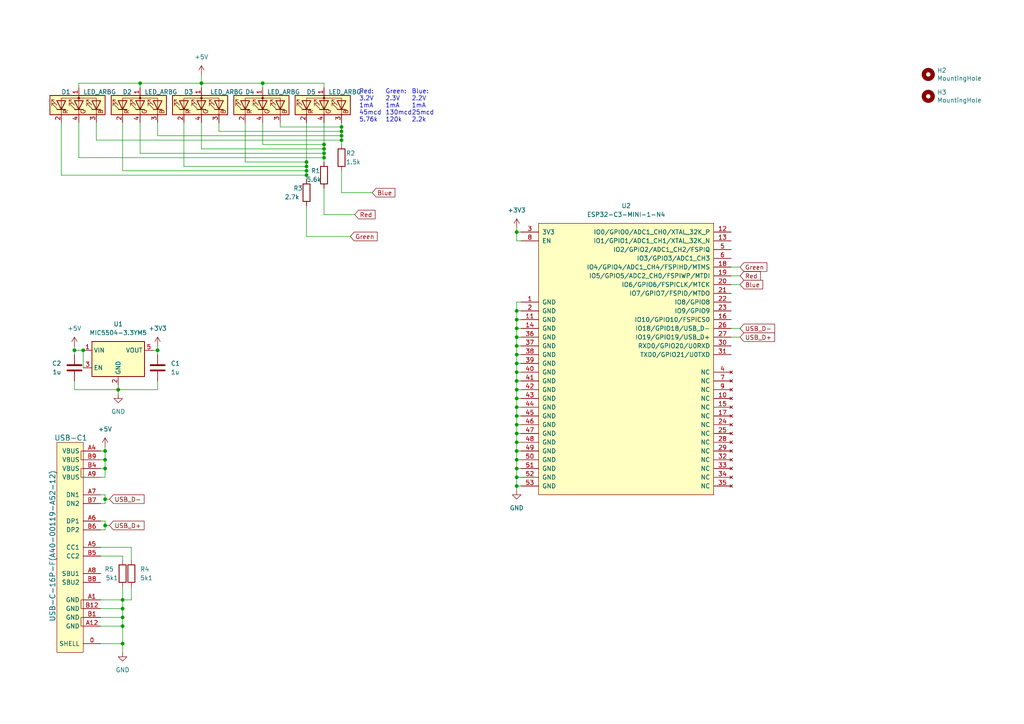
<source format=kicad_sch>
(kicad_sch (version 20230121) (generator eeschema)
  (paper "A4")
  (title_block (title "Rapid Training Target") (date "2023-06-27") (rev "B") (comment 1 "Rev B: Change to integrated MCU") (comment 2 "Rev A: Initial Commit"))
  (lib_symbols
    (symbol "+5V_2" (power) (pin_names (offset 0))
      (property "Value" "+5V_2" (at 0 3.556 0))
      (symbol "+5V_2_0_1"
        (polyline (pts (xy -0.762 1.27) (xy 0 2.54)))
        (polyline (pts (xy 0 0) (xy 0 2.54)))
        (polyline (pts (xy 0 2.54) (xy 0.762 1.27)))
      )
      (symbol "+5V_2_1_1"
        (pin power_in line (at 0 0 90) (length 0) hide (name "+5V") (number "1"))
      )
    )
    (symbol "+5V_3" (power) (pin_names (offset 0))
      (property "Value" "+5V_3" (at 0 3.556 0))
      (symbol "+5V_3_0_1"
        (polyline (pts (xy -0.762 1.27) (xy 0 2.54)))
        (polyline (pts (xy 0 0) (xy 0 2.54)))
        (polyline (pts (xy 0 2.54) (xy 0.762 1.27)))
      )
      (symbol "+5V_3_1_1"
        (pin power_in line (at 0 0 90) (length 0) hide (name "+5V") (number "1"))
      )
    )
    (symbol "Device:C" (pin_numbers hide) (pin_names (offset 0.254))
      (property "Reference" "C" (at 0.635 2.54 0))
      (property "Value" "C" (at 0.635 -2.54 0))
      (symbol "C_0_1"
        (polyline (pts (xy -2.032 -0.762) (xy 2.032 -0.762)) (stroke (width 0.508)))
        (polyline (pts (xy -2.032 0.762) (xy 2.032 0.762)) (stroke (width 0.508)))
      )
      (symbol "C_1_1"
        (pin passive line (at 0 3.81 270) (length 2.794) (name "~") (number "1"))
        (pin passive line (at 0 -3.81 90) (length 2.794) (name "~") (number "2"))
      )
    )
    (symbol "Device:LED_ARBG" (pin_names (offset 0) hide)
      (property "Reference" "D" (at 0 9.398 0))
      (property "Value" "LED_ARBG" (at 0 -8.89 0))
      (symbol "LED_ARBG_0_0"
        (text "B" (at -1.905 -6.35 0) (effects (font (size 1.27 1.27))))
        (text "G" (at -1.905 -1.27 0) (effects (font (size 1.27 1.27))))
        (text "R" (at -1.905 3.81 0) (effects (font (size 1.27 1.27))))
      )
      (symbol "LED_ARBG_0_1"
        (polyline (pts (xy -1.27 -5.08) (xy -2.54 -5.08)))
        (polyline (pts (xy -1.27 -5.08) (xy 1.27 -5.08)))
        (polyline (pts (xy -1.27 -3.81) (xy -1.27 -6.35)) (stroke (width 0.254)))
        (polyline (pts (xy -1.27 0) (xy -2.54 0)))
        (polyline (pts (xy -1.27 1.27) (xy -1.27 -1.27)) (stroke (width 0.254)))
        (polyline (pts (xy -1.27 5.08) (xy -2.54 5.08)))
        (polyline (pts (xy -1.27 5.08) (xy 1.27 5.08)))
        (polyline (pts (xy -1.27 6.35) (xy -1.27 3.81)) (stroke (width 0.254)))
        (polyline (pts (xy 1.27 0) (xy -1.27 0)))
        (polyline (pts (xy 1.27 0) (xy 2.54 0)))
        (polyline (pts (xy -1.27 1.27) (xy -1.27 -1.27) (xy -1.27 -1.27)))
        (polyline (pts (xy -1.27 6.35) (xy -1.27 3.81) (xy -1.27 3.81)))
        (polyline (pts (xy 1.27 -5.08) (xy 2.032 -5.08) (xy 2.032 5.08) (xy 1.27 5.08)))
        (polyline (pts (xy 1.27 -3.81) (xy 1.27 -6.35) (xy -1.27 -5.08) (xy 1.27 -3.81)) (stroke (width 0.254)))
        (polyline (pts (xy 1.27 1.27) (xy 1.27 -1.27) (xy -1.27 0) (xy 1.27 1.27)) (stroke (width 0.254)))
        (polyline (pts (xy 1.27 6.35) (xy 1.27 3.81) (xy -1.27 5.08) (xy 1.27 6.35)) (stroke (width 0.254)))
        (polyline (pts (xy -1.016 -3.81) (xy 0.508 -2.286) (xy -0.254 -2.286) (xy 0.508 -2.286) (xy 0.508 -3.048)))
        (polyline (pts (xy -1.016 1.27) (xy 0.508 2.794) (xy -0.254 2.794) (xy 0.508 2.794) (xy 0.508 2.032)))
        (polyline (pts (xy -1.016 6.35) (xy 0.508 7.874) (xy -0.254 7.874) (xy 0.508 7.874) (xy 0.508 7.112)))
        (polyline (pts (xy 0 -3.81) (xy 1.524 -2.286) (xy 0.762 -2.286) (xy 1.524 -2.286) (xy 1.524 -3.048)))
        (polyline (pts (xy 0 1.27) (xy 1.524 2.794) (xy 0.762 2.794) (xy 1.524 2.794) (xy 1.524 2.032)))
        (polyline (pts (xy 0 6.35) (xy 1.524 7.874) (xy 0.762 7.874) (xy 1.524 7.874) (xy 1.524 7.112)))
        (rectangle (start 1.27 -1.27) (end 1.27 1.27))
        (rectangle (start 1.27 1.27) (end 1.27 1.27))
        (rectangle (start 1.27 3.81) (end 1.27 6.35))
        (rectangle (start 1.27 6.35) (end 1.27 6.35))
        (circle (center 2.032 0) (radius 0.254) (fill (type outline)))
        (rectangle (start 2.794 8.382) (end -2.794 -7.62) (stroke (width 0.254)) (fill (type background)))
      )
      (symbol "LED_ARBG_1_1"
        (pin passive line (at 5.08 0 180) (length 2.54) (name "A") (number "1"))
        (pin passive line (at -5.08 5.08 0) (length 2.54) (name "RK") (number "2"))
        (pin passive line (at -5.08 -5.08 0) (length 2.54) (name "BK") (number "3"))
        (pin passive line (at -5.08 0 0) (length 2.54) (name "GK") (number "4"))
      )
    )
    (symbol "Device:R" (pin_numbers hide) (pin_names (offset 0))
      (property "Reference" "R" (at 2.032 0 90))
      (property "Value" "R" (at 0 0 90))
      (symbol "R_0_1"
        (rectangle (start -1.016 -2.54) (end 1.016 2.54) (stroke (width 0.254)))
      )
      (symbol "R_1_1"
        (pin passive line (at 0 3.81 270) (length 1.27) (name "~") (number "1"))
        (pin passive line (at 0 -3.81 90) (length 1.27) (name "~") (number "2"))
      )
    )
    (symbol "GND_2" (power) (pin_names (offset 0))
      (property "Value" "GND_2" (at 0 -3.81 0))
      (symbol "GND_2_0_1"
        (polyline (pts (xy 0 0) (xy 0 -1.27) (xy 1.27 -1.27) (xy 0 -2.54) (xy -1.27 -1.27) (xy 0 -1.27)))
      )
      (symbol "GND_2_1_1"
        (pin power_in line (at 0 0 270) (length 0) hide (name "GND") (number "1"))
      )
    )
    (symbol "GND_3" (power) (pin_names (offset 0))
      (property "Value" "GND_3" (at 0 -3.81 0))
      (symbol "GND_3_0_1"
        (polyline (pts (xy 0 0) (xy 0 -1.27) (xy 1.27 -1.27) (xy 0 -2.54) (xy -1.27 -1.27) (xy 0 -1.27)))
      )
      (symbol "GND_3_1_1"
        (pin power_in line (at 0 0 270) (length 0) hide (name "GND") (number "1"))
      )
    )
    (symbol "GND_4" (power) (pin_names (offset 0))
      (property "Value" "GND_4" (at 0 -3.81 0))
      (symbol "GND_4_0_1"
        (polyline (pts (xy 0 0) (xy 0 -1.27) (xy 1.27 -1.27) (xy 0 -2.54) (xy -1.27 -1.27) (xy 0 -1.27)))
      )
      (symbol "GND_4_1_1"
        (pin power_in line (at 0 0 270) (length 0) hide (name "GND") (number "1"))
      )
    )
    (symbol "Mechanical:MountingHole" (pin_names (offset 1.016))
      (property "Reference" "H" (at 0 5.08 0))
      (property "Value" "MountingHole" (at 0 3.175 0))
      (symbol "MountingHole_0_1"
        (circle (center 0 0) (radius 1.27) (stroke (width 1.27)))
      )
    )
    (symbol "Regulator_Linear:MIC5504-3.3YM5"
      (property "Reference" "U" (at -7.62 8.89 0))
      (property "Value" "MIC5504-3.3YM5" (at -7.62 6.35 0))
      (symbol "MIC5504-3.3YM5_0_1"
        (rectangle (start -7.62 -5.08) (end 7.62 5.08) (stroke (width 0.254)) (fill (type background)))
      )
      (symbol "MIC5504-3.3YM5_1_1"
        (pin power_in line (at -10.16 2.54 0) (length 2.54) (name "VIN") (number "1"))
        (pin power_in line (at 0 -7.62 90) (length 2.54) (name "GND") (number "2"))
        (pin input line (at -10.16 -2.54 0) (length 2.54) (name "EN") (number "3"))
        (pin no_connect line (at 7.62 -2.54 180) (length 2.54) hide (name "NC") (number "4"))
        (pin power_out line (at 10.16 2.54 180) (length 2.54) (name "VOUT") (number "5"))
      )
    )
    (symbol "personal2:ESP32-­C3-­MINI­-1" (pin_names (offset 1.016))
      (property "Reference" "U3" (at 25.4 2.54 0))
      (property "Value" "ESP32-C3-MINI-1-N4" (at 25.4 -81.28 0))
      (symbol "ESP32-­C3-­MINI­-1_0_1"
        (rectangle (start 0 0) (end 50.8 -78.74) (fill (type background)))
      )
      (symbol "ESP32-­C3-­MINI­-1_1_1"
        (pin power_in line (at 55.88 -22.86 180) (length 5.08) (name "GND") (number "1"))
        (pin no_connect line (at -5.08 -50.8 0) (length 5.08) (name "NC") (number "10"))
        (pin power_in line (at 55.88 -27.94 180) (length 5.08) (name "GND") (number "11"))
        (pin bidirectional line (at -5.08 -2.54 0) (length 5.08) (name "IO0/GPIO0/ADC1_CH0/XTAL_32K_P") (number "12"))
        (pin bidirectional line (at -5.08 -5.08 0) (length 5.08) (name "IO1/GPIO1/ADC1_CH1/XTAL_32K_N") (number "13"))
        (pin power_in line (at 55.88 -30.48 180) (length 5.08) (name "GND") (number "14"))
        (pin no_connect line (at -5.08 -53.34 0) (length 5.08) (name "NC") (number "15"))
        (pin bidirectional line (at -5.08 -27.94 0) (length 5.08) (name "IO10/GPIO10/FSPICS0") (number "16"))
        (pin no_connect line (at -5.08 -55.88 0) (length 5.08) (name "NC") (number "17"))
        (pin bidirectional line (at -5.08 -12.7 0) (length 5.08) (name "IO4/GPIO4/ADC1_CH4/FSPIHD/MTMS") (number "18"))
        (pin bidirectional line (at -5.08 -15.24 0) (length 5.08) (name "IO5/GPIO5/ADC2_CH0/FSPIWP/MTDI") (number "19"))
        (pin power_in line (at 55.88 -25.4 180) (length 5.08) (name "GND") (number "2"))
        (pin bidirectional line (at -5.08 -17.78 0) (length 5.08) (name "IO6/GPIO6/FSPICLK/MTCK") (number "20"))
        (pin bidirectional line (at -5.08 -20.32 0) (length 5.08) (name "IO7/GPIO7/FSPID/MTDO") (number "21"))
        (pin bidirectional line (at -5.08 -22.86 0) (length 5.08) (name "IO8/GPIO8") (number "22"))
        (pin bidirectional line (at -5.08 -25.4 0) (length 5.08) (name "IO9/GPIO9") (number "23"))
        (pin no_connect line (at -5.08 -58.42 0) (length 5.08) (name "NC") (number "24"))
        (pin no_connect line (at -5.08 -60.96 0) (length 5.08) (name "NC") (number "25"))
        (pin bidirectional line (at -5.08 -30.48 0) (length 5.08) (name "IO18/GPIO18/USB_D-") (number "26"))
        (pin bidirectional line (at -5.08 -33.02 0) (length 5.08) (name "IO19/GPIO19/USB_D+") (number "27"))
        (pin no_connect line (at -5.08 -63.5 0) (length 5.08) (name "NC") (number "28"))
        (pin no_connect line (at -5.08 -66.04 0) (length 5.08) (name "NC") (number "29"))
        (pin power_in line (at 55.88 -2.54 180) (length 5.08) (name "3V3") (number "3"))
        (pin bidirectional line (at -5.08 -35.56 0) (length 5.08) (name "RXD0/GPIO20/U0RXD") (number "30"))
        (pin bidirectional line (at -5.08 -38.1 0) (length 5.08) (name "TXD0/GPIO21/U0TXD") (number "31"))
        (pin no_connect line (at -5.08 -68.58 0) (length 5.08) (name "NC") (number "32"))
        (pin no_connect line (at -5.08 -71.12 0) (length 5.08) (name "NC") (number "33"))
        (pin no_connect line (at -5.08 -73.66 0) (length 5.08) (name "NC") (number "34"))
        (pin no_connect line (at -5.08 -76.2 0) (length 5.08) (name "NC") (number "35"))
        (pin power_in line (at 55.88 -33.02 180) (length 5.08) (name "GND") (number "36"))
        (pin power_in line (at 55.88 -35.56 180) (length 5.08) (name "GND") (number "37"))
        (pin power_in line (at 55.88 -38.1 180) (length 5.08) (name "GND") (number "38"))
        (pin power_in line (at 55.88 -40.64 180) (length 5.08) (name "GND") (number "39"))
        (pin no_connect line (at -5.08 -43.18 0) (length 5.08) (name "NC") (number "4"))
        (pin power_in line (at 55.88 -43.18 180) (length 5.08) (name "GND") (number "40"))
        (pin power_in line (at 55.88 -45.72 180) (length 5.08) (name "GND") (number "41"))
        (pin power_in line (at 55.88 -48.26 180) (length 5.08) (name "GND") (number "42"))
        (pin power_in line (at 55.88 -50.8 180) (length 5.08) (name "GND") (number "43"))
        (pin power_in line (at 55.88 -53.34 180) (length 5.08) (name "GND") (number "44"))
        (pin power_in line (at 55.88 -55.88 180) (length 5.08) (name "GND") (number "45"))
        (pin power_in line (at 55.88 -58.42 180) (length 5.08) (name "GND") (number "46"))
        (pin power_in line (at 55.88 -60.96 180) (length 5.08) (name "GND") (number "47"))
        (pin power_in line (at 55.88 -63.5 180) (length 5.08) (name "GND") (number "48"))
        (pin power_in line (at 55.88 -66.04 180) (length 5.08) (name "GND") (number "49"))
        (pin bidirectional line (at -5.08 -7.62 0) (length 5.08) (name "IO2/GPIO2/ADC1_CH2/FSPIQ") (number "5"))
        (pin power_in line (at 55.88 -68.58 180) (length 5.08) (name "GND") (number "50"))
        (pin power_in line (at 55.88 -71.12 180) (length 5.08) (name "GND") (number "51"))
        (pin power_in line (at 55.88 -73.66 180) (length 5.08) (name "GND") (number "52"))
        (pin power_in line (at 55.88 -76.2 180) (length 5.08) (name "GND") (number "53"))
        (pin bidirectional line (at -5.08 -10.16 0) (length 5.08) (name "IO3/GPIO3/ADC1_CH3") (number "6"))
        (pin no_connect line (at -5.08 -45.72 0) (length 5.08) (name "NC") (number "7"))
        (pin input line (at 55.88 -5.08 180) (length 5.08) (name "EN") (number "8"))
        (pin no_connect line (at -5.08 -48.26 0) (length 5.08) (name "NC") (number "9"))
      )
    )
    (symbol "personal2:USB2.0_TYPE-C(A40-00119-A52-12)" (pin_names (offset 1.016))
      (property "Reference" "USB-C1" (at -5.08 33.02 0))
      (property "Value" "USB-C-16P-F(A40-00119-A52-12)" (at 7.62 -22.86 90))
      (symbol "USB2.0_TYPE-C(A40-00119-A52-12)_0_1"
        (rectangle (start -2.54 30.48) (end 5.08 -30.48) (fill (type background)))
        (polyline (pts (xy -2.54 -20.32) (xy -1.905 -20.32) (xy -1.905 -22.86) (xy -2.54 -22.86)))
        (polyline (pts (xy -2.54 -15.24) (xy -1.905 -15.24) (xy -1.905 -17.78) (xy -2.54 -17.78)))
        (polyline (pts (xy -2.54 22.86) (xy -1.905 22.86) (xy -1.905 20.32) (xy -2.54 20.32)))
        (polyline (pts (xy -2.54 27.94) (xy -1.905 27.94) (xy -1.905 25.4) (xy -2.54 25.4)))
      )
      (symbol "USB2.0_TYPE-C(A40-00119-A52-12)_1_1"
        (pin passive line (at -7.62 -27.94 0) (length 5.08) (name "SHELL") (number "0"))
        (pin power_in line (at -7.62 -15.24 0) (length 5.08) (name "GND") (number "A1"))
        (pin power_in line (at -7.62 -22.86 0) (length 5.08) (name "GND") (number "A12"))
        (pin power_in line (at -7.62 27.94 0) (length 5.08) (name "VBUS") (number "A4"))
        (pin input line (at -7.62 0 0) (length 5.08) (name "CC1") (number "A5"))
        (pin bidirectional line (at -7.62 7.62 0) (length 5.08) (name "DP1") (number "A6"))
        (pin bidirectional line (at -7.62 15.24 0) (length 5.08) (name "DN1") (number "A7"))
        (pin bidirectional line (at -7.62 -7.62 0) (length 5.08) (name "SBU1") (number "A8"))
        (pin power_in line (at -7.62 20.32 0) (length 5.08) (name "VBUS") (number "A9"))
        (pin power_in line (at -7.62 -20.32 0) (length 5.08) (name "GND") (number "B1"))
        (pin power_in line (at -7.62 -17.78 0) (length 5.08) (name "GND") (number "B12"))
        (pin power_in line (at -7.62 22.86 0) (length 5.08) (name "VBUS") (number "B4"))
        (pin input line (at -7.62 -2.54 0) (length 5.08) (name "CC2") (number "B5"))
        (pin bidirectional line (at -7.62 5.08 0) (length 5.08) (name "DP2") (number "B6"))
        (pin bidirectional line (at -7.62 12.7 0) (length 5.08) (name "DN2") (number "B7"))
        (pin bidirectional line (at -7.62 -10.16 0) (length 5.08) (name "SBU2") (number "B8"))
        (pin power_in line (at -7.62 25.4 0) (length 5.08) (name "VBUS") (number "B9"))
      )
    )
    (symbol "power:+3V3" (power) (pin_names (offset 0))
      (property "Value" "+3V3" (at 0 3.556 0))
      (symbol "+3V3_0_1"
        (polyline (pts (xy -0.762 1.27) (xy 0 2.54)))
        (polyline (pts (xy 0 0) (xy 0 2.54)))
        (polyline (pts (xy 0 2.54) (xy 0.762 1.27)))
      )
      (symbol "+3V3_1_1"
        (pin power_in line (at 0 0 90) (length 0) hide (name "+3V3") (number "1"))
      )
    )
    (symbol "power:+5V" (power) (pin_names (offset 0))
      (property "Value" "+5V" (at 0 3.556 0))
      (symbol "+5V_0_1"
        (polyline (pts (xy -0.762 1.27) (xy 0 2.54)))
        (polyline (pts (xy 0 0) (xy 0 2.54)))
        (polyline (pts (xy 0 2.54) (xy 0.762 1.27)))
      )
      (symbol "+5V_1_1"
        (pin power_in line (at 0 0 90) (length 0) hide (name "+5V") (number "1"))
      )
    )
  )
  (junction (at 149.86 113.03))
  (junction (at 76.2 24.13))
  (junction (at 149.86 105.41))
  (junction (at 35.56 176.53))
  (junction (at 149.86 90.17))
  (junction (at 88.9 49.53))
  (junction (at 34.29 113.03))
  (junction (at 149.86 115.57))
  (junction (at 149.86 92.71))
  (junction (at 149.86 123.19))
  (junction (at 45.72 101.6))
  (junction (at 149.86 120.65))
  (junction (at 21.59 101.6))
  (junction (at 149.86 102.87))
  (junction (at 99.06 39.37))
  (junction (at 149.86 95.25))
  (junction (at 88.9 50.8))
  (junction (at 149.86 125.73))
  (junction (at 88.9 48.26))
  (junction (at 149.86 97.79))
  (junction (at 149.86 107.95))
  (junction (at 24.13 101.6))
  (junction (at 30.48 144.78))
  (junction (at 149.86 128.27))
  (junction (at 149.86 140.97))
  (junction (at 149.86 130.81))
  (junction (at 149.86 118.11))
  (junction (at 58.42 24.13))
  (junction (at 30.48 135.89))
  (junction (at 149.86 67.31))
  (junction (at 35.56 173.99))
  (junction (at 93.98 44.45))
  (junction (at 30.48 152.4))
  (junction (at 35.56 186.69))
  (junction (at 99.06 36.83))
  (junction (at 149.86 135.89))
  (junction (at 93.98 41.91))
  (junction (at 93.98 43.18))
  (junction (at 99.06 38.1))
  (junction (at 99.06 40.64))
  (junction (at 149.86 110.49))
  (junction (at 88.9 46.99))
  (junction (at 35.56 181.61))
  (junction (at 149.86 100.33))
  (junction (at 30.48 133.35))
  (junction (at 30.48 130.81))
  (junction (at 93.98 45.72))
  (junction (at 149.86 133.35))
  (junction (at 40.64 24.13))
  (junction (at 149.86 138.43))
  (junction (at 35.56 179.07))
  (wire (pts (xy 35.56 179.07) (xy 35.56 176.53)))
  (wire (pts (xy 151.13 107.95) (xy 149.86 107.95)))
  (wire (pts (xy 58.42 21.59) (xy 58.42 24.13)))
  (wire (pts (xy 71.12 35.56) (xy 71.12 46.99)))
  (wire (pts (xy 30.48 152.4) (xy 31.75 152.4)))
  (wire (pts (xy 151.13 69.85) (xy 149.86 69.85)))
  (wire (pts (xy 149.86 125.73) (xy 149.86 128.27)))
  (wire (pts (xy 93.98 41.91) (xy 93.98 43.18)))
  (wire (pts (xy 151.13 138.43) (xy 149.86 138.43)))
  (wire (pts (xy 212.09 97.79) (xy 214.63 97.79)))
  (wire (pts (xy 30.48 138.43) (xy 30.48 135.89)))
  (wire (pts (xy 35.56 173.99) (xy 29.21 173.99)))
  (wire (pts (xy 149.86 128.27) (xy 149.86 130.81)))
  (wire (pts (xy 27.94 35.56) (xy 27.94 40.64)))
  (wire (pts (xy 149.86 138.43) (xy 149.86 140.97)))
  (wire (pts (xy 212.09 95.25) (xy 214.63 95.25)))
  (wire (pts (xy 30.48 144.78) (xy 31.75 144.78)))
  (wire (pts (xy 99.06 35.56) (xy 99.06 36.83)))
  (wire (pts (xy 151.13 110.49) (xy 149.86 110.49)))
  (wire (pts (xy 151.13 135.89) (xy 149.86 135.89)))
  (wire (pts (xy 149.86 105.41) (xy 149.86 107.95)))
  (wire (pts (xy 76.2 35.56) (xy 76.2 41.91)))
  (wire (pts (xy 149.86 140.97) (xy 149.86 142.24)))
  (wire (pts (xy 149.86 120.65) (xy 149.86 123.19)))
  (wire (pts (xy 38.1 173.99) (xy 35.56 173.99)))
  (wire (pts (xy 149.86 130.81) (xy 149.86 133.35)))
  (wire (pts (xy 45.72 110.49) (xy 45.72 113.03)))
  (wire (pts (xy 212.09 82.55) (xy 214.63 82.55)))
  (wire (pts (xy 30.48 143.51) (xy 30.48 144.78)))
  (wire (pts (xy 151.13 128.27) (xy 149.86 128.27)))
  (wire (pts (xy 58.42 35.56) (xy 58.42 43.18)))
  (wire (pts (xy 45.72 113.03) (xy 34.29 113.03)))
  (wire (pts (xy 29.21 176.53) (xy 35.56 176.53)))
  (wire (pts (xy 88.9 48.26) (xy 88.9 49.53)))
  (wire (pts (xy 22.86 35.56) (xy 22.86 45.72)))
  (wire (pts (xy 93.98 44.45) (xy 93.98 45.72)))
  (wire (pts (xy 29.21 143.51) (xy 30.48 143.51)))
  (wire (pts (xy 30.48 152.4) (xy 30.48 153.67)))
  (wire (pts (xy 151.13 118.11) (xy 149.86 118.11)))
  (wire (pts (xy 149.86 69.85) (xy 149.86 67.31)))
  (wire (pts (xy 30.48 130.81) (xy 30.48 133.35)))
  (wire (pts (xy 93.98 35.56) (xy 93.98 41.91)))
  (wire (pts (xy 21.59 113.03) (xy 34.29 113.03)))
  (wire (pts (xy 63.5 35.56) (xy 63.5 38.1)))
  (wire (pts (xy 151.13 100.33) (xy 149.86 100.33)))
  (wire (pts (xy 151.13 67.31) (xy 149.86 67.31)))
  (wire (pts (xy 151.13 92.71) (xy 149.86 92.71)))
  (wire (pts (xy 149.86 102.87) (xy 149.86 105.41)))
  (wire (pts (xy 149.86 133.35) (xy 149.86 135.89)))
  (wire (pts (xy 30.48 129.54) (xy 30.48 130.81)))
  (wire (pts (xy 151.13 90.17) (xy 149.86 90.17)))
  (wire (pts (xy 24.13 106.68) (xy 24.13 101.6)))
  (wire (pts (xy 151.13 133.35) (xy 149.86 133.35)))
  (wire (pts (xy 151.13 102.87) (xy 149.86 102.87)))
  (wire (pts (xy 212.09 80.01) (xy 214.63 80.01)))
  (wire (pts (xy 35.56 35.56) (xy 35.56 49.53)))
  (wire (pts (xy 212.09 77.47) (xy 214.63 77.47)))
  (wire (pts (xy 34.29 111.76) (xy 34.29 113.03)))
  (wire (pts (xy 99.06 55.88) (xy 107.95 55.88)))
  (wire (pts (xy 29.21 153.67) (xy 30.48 153.67)))
  (wire (pts (xy 58.42 25.4) (xy 58.42 24.13)))
  (wire (pts (xy 29.21 181.61) (xy 35.56 181.61)))
  (wire (pts (xy 99.06 39.37) (xy 99.06 40.64)))
  (wire (pts (xy 29.21 151.13) (xy 30.48 151.13)))
  (wire (pts (xy 21.59 110.49) (xy 21.59 113.03)))
  (wire (pts (xy 149.86 123.19) (xy 149.86 125.73)))
  (wire (pts (xy 38.1 158.75) (xy 38.1 162.56)))
  (wire (pts (xy 149.86 90.17) (xy 149.86 92.71)))
  (wire (pts (xy 151.13 97.79) (xy 149.86 97.79)))
  (wire (pts (xy 45.72 101.6) (xy 45.72 100.33)))
  (wire (pts (xy 30.48 133.35) (xy 30.48 135.89)))
  (wire (pts (xy 93.98 45.72) (xy 93.98 46.99)))
  (wire (pts (xy 76.2 25.4) (xy 76.2 24.13)))
  (wire (pts (xy 22.86 25.4) (xy 22.86 24.13)))
  (wire (pts (xy 17.78 50.8) (xy 88.9 50.8)))
  (wire (pts (xy 21.59 101.6) (xy 21.59 100.33)))
  (wire (pts (xy 45.72 35.56) (xy 45.72 39.37)))
  (wire (pts (xy 30.48 135.89) (xy 29.21 135.89)))
  (wire (pts (xy 88.9 59.69) (xy 88.9 68.58)))
  (wire (pts (xy 99.06 49.53) (xy 99.06 55.88)))
  (wire (pts (xy 93.98 25.4) (xy 93.98 24.13)))
  (wire (pts (xy 53.34 48.26) (xy 88.9 48.26)))
  (wire (pts (xy 21.59 101.6) (xy 21.59 102.87)))
  (wire (pts (xy 151.13 95.25) (xy 149.86 95.25)))
  (wire (pts (xy 58.42 24.13) (xy 40.64 24.13)))
  (wire (pts (xy 63.5 38.1) (xy 99.06 38.1)))
  (wire (pts (xy 30.48 144.78) (xy 30.48 146.05)))
  (wire (pts (xy 149.86 107.95) (xy 149.86 110.49)))
  (wire (pts (xy 35.56 176.53) (xy 35.56 173.99)))
  (wire (pts (xy 71.12 46.99) (xy 88.9 46.99)))
  (wire (pts (xy 149.86 118.11) (xy 149.86 120.65)))
  (wire (pts (xy 149.86 135.89) (xy 149.86 138.43)))
  (wire (pts (xy 35.56 181.61) (xy 35.56 179.07)))
  (wire (pts (xy 22.86 24.13) (xy 40.64 24.13)))
  (wire (pts (xy 151.13 105.41) (xy 149.86 105.41)))
  (wire (pts (xy 151.13 130.81) (xy 149.86 130.81)))
  (wire (pts (xy 81.28 35.56) (xy 81.28 36.83)))
  (wire (pts (xy 35.56 161.29) (xy 29.21 161.29)))
  (wire (pts (xy 29.21 138.43) (xy 30.48 138.43)))
  (wire (pts (xy 151.13 125.73) (xy 149.86 125.73)))
  (wire (pts (xy 93.98 62.23) (xy 102.87 62.23)))
  (wire (pts (xy 88.9 49.53) (xy 88.9 50.8)))
  (wire (pts (xy 93.98 54.61) (xy 93.98 62.23)))
  (wire (pts (xy 40.64 44.45) (xy 93.98 44.45)))
  (wire (pts (xy 151.13 120.65) (xy 149.86 120.65)))
  (wire (pts (xy 38.1 170.18) (xy 38.1 173.99)))
  (wire (pts (xy 81.28 36.83) (xy 99.06 36.83)))
  (wire (pts (xy 149.86 97.79) (xy 149.86 100.33)))
  (wire (pts (xy 149.86 87.63) (xy 149.86 90.17)))
  (wire (pts (xy 24.13 101.6) (xy 21.59 101.6)))
  (wire (pts (xy 35.56 170.18) (xy 35.56 173.99)))
  (wire (pts (xy 151.13 140.97) (xy 149.86 140.97)))
  (wire (pts (xy 149.86 110.49) (xy 149.86 113.03)))
  (wire (pts (xy 149.86 95.25) (xy 149.86 97.79)))
  (wire (pts (xy 35.56 162.56) (xy 35.56 161.29)))
  (wire (pts (xy 53.34 35.56) (xy 53.34 48.26)))
  (wire (pts (xy 44.45 101.6) (xy 45.72 101.6)))
  (wire (pts (xy 149.86 113.03) (xy 149.86 115.57)))
  (wire (pts (xy 29.21 158.75) (xy 38.1 158.75)))
  (wire (pts (xy 40.64 24.13) (xy 40.64 25.4)))
  (wire (pts (xy 29.21 179.07) (xy 35.56 179.07)))
  (wire (pts (xy 22.86 45.72) (xy 93.98 45.72)))
  (wire (pts (xy 151.13 113.03) (xy 149.86 113.03)))
  (wire (pts (xy 149.86 100.33) (xy 149.86 102.87)))
  (wire (pts (xy 88.9 50.8) (xy 88.9 52.07)))
  (wire (pts (xy 151.13 87.63) (xy 149.86 87.63)))
  (wire (pts (xy 35.56 186.69) (xy 35.56 181.61)))
  (wire (pts (xy 151.13 115.57) (xy 149.86 115.57)))
  (wire (pts (xy 58.42 43.18) (xy 93.98 43.18)))
  (wire (pts (xy 45.72 101.6) (xy 45.72 102.87)))
  (wire (pts (xy 35.56 186.69) (xy 35.56 189.23)))
  (wire (pts (xy 29.21 186.69) (xy 35.56 186.69)))
  (wire (pts (xy 149.86 92.71) (xy 149.86 95.25)))
  (wire (pts (xy 149.86 67.31) (xy 149.86 66.04)))
  (wire (pts (xy 17.78 35.56) (xy 17.78 50.8)))
  (wire (pts (xy 149.86 115.57) (xy 149.86 118.11)))
  (wire (pts (xy 93.98 43.18) (xy 93.98 44.45)))
  (wire (pts (xy 27.94 40.64) (xy 99.06 40.64)))
  (wire (pts (xy 30.48 151.13) (xy 30.48 152.4)))
  (wire (pts (xy 29.21 130.81) (xy 30.48 130.81)))
  (wire (pts (xy 45.72 39.37) (xy 99.06 39.37)))
  (wire (pts (xy 35.56 49.53) (xy 88.9 49.53)))
  (wire (pts (xy 34.29 114.3) (xy 34.29 113.03)))
  (wire (pts (xy 76.2 24.13) (xy 93.98 24.13)))
  (wire (pts (xy 99.06 40.64) (xy 99.06 41.91)))
  (wire (pts (xy 40.64 35.56) (xy 40.64 44.45)))
  (wire (pts (xy 76.2 41.91) (xy 93.98 41.91)))
  (wire (pts (xy 29.21 133.35) (xy 30.48 133.35)))
  (wire (pts (xy 99.06 36.83) (xy 99.06 38.1)))
  (wire (pts (xy 88.9 46.99) (xy 88.9 48.26)))
  (wire (pts (xy 88.9 35.56) (xy 88.9 46.99)))
  (wire (pts (xy 88.9 68.58) (xy 101.6 68.58)))
  (wire (pts (xy 151.13 123.19) (xy 149.86 123.19)))
  (wire (pts (xy 29.21 146.05) (xy 30.48 146.05)))
  (wire (pts (xy 58.42 24.13) (xy 76.2 24.13)))
  (wire (pts (xy 99.06 38.1) (xy 99.06 39.37)))
  (text "Green:\n2.3V\n1mA\n130mcd\n120k\n" (at 111.76 35.56 0) (effects (font (size 1.27 1.27)) (justify left bottom)))
  (text "Blue:\n2.2V\n1mA\n25mcd\n2.2k\n" (at 119.38 35.56 0) (effects (font (size 1.27 1.27)) (justify left bottom)))
  (text "Red:\n3.2V\n1mA\n45mcd\n5.76k\n" (at 104.14 35.56 0) (effects (font (size 1.27 1.27)) (justify left bottom)))
  (global_label "Green" (shape input) (at 214.63 77.47 0) (property "Intersheetrefs" "${INTERSHEET_REFS}" (effects hide)))
  (global_label "USB_D+" (shape input) (at 214.63 97.79 0) (property "Intersheetrefs" "${INTERSHEET_REFS}" (effects hide)))
  (global_label "Blue" (shape input) (at 107.95 55.88 0) (property "Intersheetrefs" "${INTERSHEET_REFS}" (effects hide)))
  (global_label "Blue" (shape input) (at 214.63 82.55 0) (property "Intersheetrefs" "${INTERSHEET_REFS}" (effects hide)))
  (global_label "USB_D-" (shape input) (at 31.75 144.78 0) (property "Intersheetrefs" "${INTERSHEET_REFS}" (effects hide)))
  (global_label "Green" (shape input) (at 101.6 68.58 0) (property "Intersheetrefs" "${INTERSHEET_REFS}" (effects hide)))
  (global_label "USB_D-" (shape input) (at 214.63 95.25 0) (property "Intersheetrefs" "${INTERSHEET_REFS}" (effects hide)))
  (global_label "Red" (shape input) (at 102.87 62.23 0) (property "Intersheetrefs" "${INTERSHEET_REFS}" (effects hide)))
  (global_label "Red" (shape input) (at 214.63 80.01 0) (property "Intersheetrefs" "${INTERSHEET_REFS}" (effects hide)))
  (global_label "USB_D+" (shape input) (at 31.75 152.4 0) (property "Intersheetrefs" "${INTERSHEET_REFS}" (effects hide)))
  (symbol (lib_id "power:+5V") (at 58.42 21.59 0) (unit 1)
    (property "Reference" "#PWR03" (effects hide))
    (property "Value" "+5V" (at 58.42 16.51 0))
  )
  (symbol (lib_id "Device:LED_ARBG") (at 40.64 30.48 90) (unit 1)
    (property "Reference" "D2" (at 35.56 26.67 90) (effects (justify right)))
    (property "Value" "LED_ARBG" (at 41.91 26.67 90) (effects (justify right)))
    (property "Footprint" "Personal:DIODFN4_100X100X35L29X29N" (effects hide))
  )
  (symbol (lib_id "Device:R") (at 38.1 166.37 0) (mirror y) (unit 1)
    (property "Reference" "R4" (at 40.64 165.1 0) (effects (justify right)))
    (property "Value" "5k1" (at 40.64 167.64 0) (effects (justify right)))
    (property "Footprint" "Resistor_SMD:R_0603_1608Metric" (effects hide))
  )
  (symbol (lib_id "Device:C") (at 45.72 106.68 0) (unit 1)
    (property "Reference" "C1" (at 49.53 105.41 0) (effects (justify left)))
    (property "Value" "1u" (at 49.53 107.95 0) (effects (justify left)))
    (property "Footprint" "Capacitor_SMD:C_0603_1608Metric" (effects hide))
  )
  (symbol (lib_id "personal2:USB2.0_TYPE-C(A40-00119-A52-12)") (at 21.59 158.75 0) (mirror y) (unit 1)
    (property "Reference" "USB-C1" (at 25.4 127 0) (effects (font (size 1.524 1.524)) (justify left)))
    (property "Value" "USB-C-16P-F(A40-00119-A52-12)" (at 15.24 180.34 90) (effects (font (size 1.524 1.524)) (justify left)))
    (property "Footprint" "Personal:USB2.0_TYPE-C(A40-00119-A52-12)" (effects hide))
    (property "Datasheet" "https://gct.co/connector/usb4105" (effects hide))
  )
  (symbol (lib_id "Mechanical:MountingHole") (at 269.24 21.59 0) (unit 1)
    (property "Reference" "H2" (at 271.78 20.4216 0) (effects (justify left)))
    (property "Value" "MountingHole" (at 271.78 22.733 0) (effects (justify left)))
    (property "Footprint" "MountingHole:MountingHole_3.2mm_M3_DIN965_Pad" (effects hide))
  )
  (symbol (lib_id "Mechanical:MountingHole") (at 269.24 27.94 0) (unit 1)
    (property "Reference" "H3" (at 271.78 26.7716 0) (effects (justify left)))
    (property "Value" "MountingHole" (at 271.78 29.083 0) (effects (justify left)))
    (property "Footprint" "MountingHole:MountingHole_3.2mm_M3_DIN965_Pad" (effects hide))
  )
  (symbol (lib_id "Device:LED_ARBG") (at 93.98 30.48 90) (unit 1)
    (property "Reference" "D5" (at 88.9 26.67 90) (effects (justify right)))
    (property "Value" "LED_ARBG" (at 95.25 26.67 90) (effects (justify right)))
    (property "Footprint" "Personal:DIODFN4_100X100X35L29X29N" (effects hide))
  )
  (symbol (lib_id "Device:LED_ARBG") (at 76.2 30.48 90) (unit 1)
    (property "Reference" "D4" (at 71.12 26.67 90) (effects (justify right)))
    (property "Value" "LED_ARBG" (at 77.47 26.67 90) (effects (justify right)))
    (property "Footprint" "Personal:DIODFN4_100X100X35L29X29N" (effects hide))
  )
  (symbol (lib_id "power:+3V3") (at 149.86 66.04 0) (unit 1)
    (property "Reference" "#PWR013" (effects hide))
    (property "Value" "+3V3" (at 149.86 60.96 0))
  )
  (symbol (lib_name "GND_3") (lib_id "power:GND") (at 34.29 114.3 0) (unit 1)
    (property "Reference" "#PWR010" (effects hide))
    (property "Value" "GND" (at 34.29 119.38 0))
  )
  (symbol (lib_name "+5V_2") (lib_id "power:+5V") (at 30.48 129.54 0) (unit 1)
    (property "Reference" "#PWR07" (effects hide))
    (property "Value" "+5V" (at 30.48 124.46 0))
  )
  (symbol (lib_id "Device:R") (at 88.9 55.88 0) (unit 1)
    (property "Reference" "R3" (at 85.09 54.61 0) (effects (justify left)))
    (property "Value" "2.7k" (at 82.55 57.15 0) (effects (justify left)))
    (property "Footprint" "Resistor_SMD:R_0603_1608Metric" (effects hide))
  )
  (symbol (lib_id "Device:LED_ARBG") (at 58.42 30.48 90) (unit 1)
    (property "Reference" "D3" (at 53.34 26.67 90) (effects (justify right)))
    (property "Value" "LED_ARBG" (at 60.96 26.67 90) (effects (justify right)))
    (property "Footprint" "Personal:DIODFN4_100X100X35L29X29N" (effects hide))
  )
  (symbol (lib_id "Device:LED_ARBG") (at 22.86 30.48 90) (unit 1)
    (property "Reference" "D1" (at 17.78 26.67 90) (effects (justify right)))
    (property "Value" "LED_ARBG" (at 24.13 26.67 90) (effects (justify right)))
    (property "Footprint" "Personal:DIODFN4_100X100X35L29X29N" (effects hide))
  )
  (symbol (lib_id "Device:R") (at 99.06 45.72 0) (unit 1)
    (property "Reference" "R2" (at 100.33 44.45 0) (effects (justify left)))
    (property "Value" "1.5k" (at 100.33 46.99 0) (effects (justify left)))
    (property "Footprint" "Resistor_SMD:R_0603_1608Metric" (effects hide))
  )
  (symbol (lib_name "+5V_3") (lib_id "power:+5V") (at 21.59 100.33 0) (unit 1)
    (property "Reference" "#PWR08" (effects hide))
    (property "Value" "+5V" (at 21.59 95.25 0))
  )
  (symbol (lib_name "GND_4") (lib_id "power:GND") (at 149.86 142.24 0) (unit 1)
    (property "Reference" "#PWR012" (effects hide))
    (property "Value" "GND" (at 149.86 147.32 0))
  )
  (symbol (lib_id "personal2:ESP32-­C3-­MINI­-1") (at 207.01 64.77 0) (mirror y) (unit 1)
    (property "Reference" "U2" (at 181.61 59.69 0))
    (property "Value" "ESP32-C3-MINI-1-N4" (at 181.61 62.23 0))
    (property "Footprint" "Personal:ESP32-­C3-­MINI­-1" (effects hide))
  )
  (symbol (lib_id "Device:C") (at 21.59 106.68 0) (mirror y) (unit 1)
    (property "Reference" "C2" (at 17.78 105.41 0) (effects (justify left)))
    (property "Value" "1u" (at 17.78 107.95 0) (effects (justify left)))
    (property "Footprint" "Capacitor_SMD:C_0603_1608Metric" (effects hide))
  )
  (symbol (lib_id "Device:R") (at 35.56 166.37 0) (unit 1)
    (property "Reference" "R5" (at 33.02 165.1 0) (effects (justify right)))
    (property "Value" "5k1" (at 34.29 167.64 0) (effects (justify right)))
    (property "Footprint" "Resistor_SMD:R_0603_1608Metric" (effects hide))
  )
  (symbol (lib_id "Regulator_Linear:MIC5504-3.3YM5") (at 34.29 104.14 0) (unit 1)
    (property "Reference" "U1" (at 34.29 93.98 0))
    (property "Value" "MIC5504-3.3YM5" (at 34.29 96.52 0))
    (property "Footprint" "Package_TO_SOT_SMD:SOT-23-5" (effects hide))
    (property "Datasheet" "http://ww1.microchip.com/downloads/en/DeviceDoc/MIC550X.pdf" (effects hide))
  )
  (symbol (lib_id "Device:R") (at 93.98 50.8 0) (unit 1)
    (property "Reference" "R1" (at 90.17 49.53 0) (effects (justify left)))
    (property "Value" "5.6k" (at 88.9 52.07 0) (effects (justify left)))
    (property "Footprint" "Resistor_SMD:R_0603_1608Metric" (effects hide))
  )
  (symbol (lib_name "GND_2") (lib_id "power:GND") (at 35.56 189.23 0) (unit 1)
    (property "Reference" "#PWR06" (effects hide))
    (property "Value" "GND" (at 35.56 194.31 0))
  )
  (symbol (lib_id "power:+3V3") (at 45.72 100.33 0) (unit 1)
    (property "Reference" "#PWR01" (effects hide))
    (property "Value" "+3V3" (at 45.72 95.25 0))
  )
)
</source>
